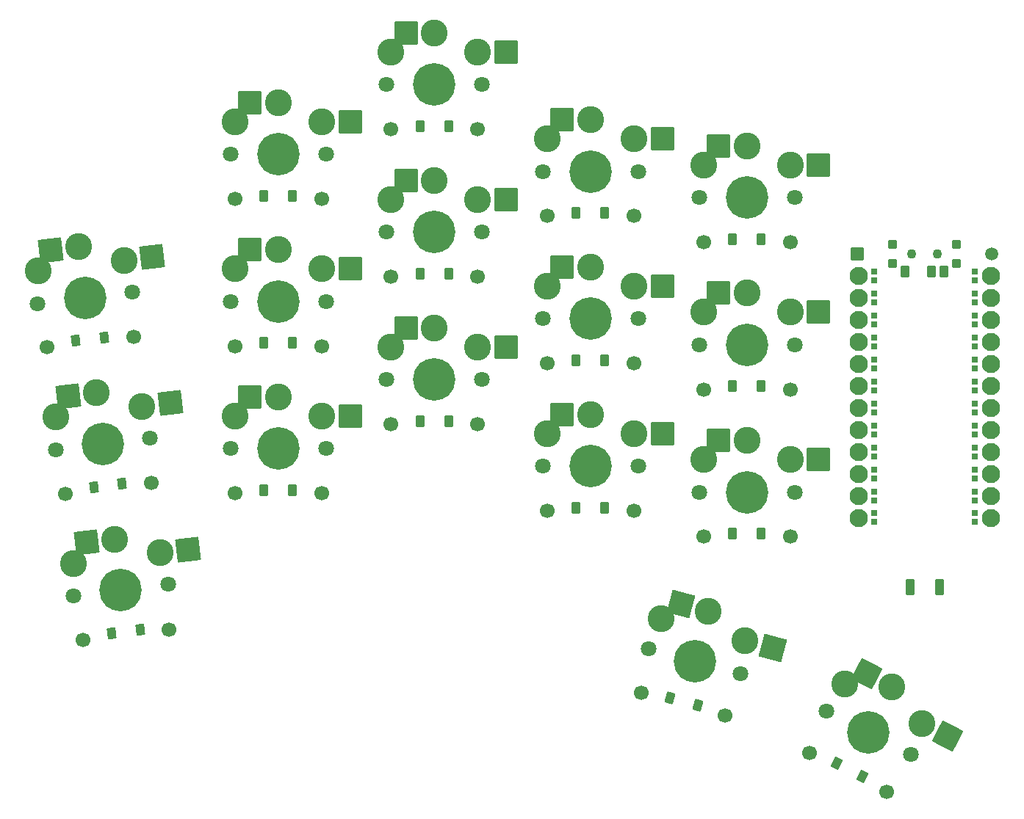
<source format=gbr>
%TF.GenerationSoftware,KiCad,Pcbnew,7.0.11*%
%TF.CreationDate,2024-03-07T19:05:48+13:00*%
%TF.ProjectId,socius-choc-v1,736f6369-7573-42d6-9368-6f632d76312e,v1.0.0*%
%TF.SameCoordinates,Original*%
%TF.FileFunction,Soldermask,Bot*%
%TF.FilePolarity,Negative*%
%FSLAX46Y46*%
G04 Gerber Fmt 4.6, Leading zero omitted, Abs format (unit mm)*
G04 Created by KiCad (PCBNEW 7.0.11) date 2024-03-07 19:05:48*
%MOMM*%
%LPD*%
G01*
G04 APERTURE LIST*
G04 Aperture macros list*
%AMRoundRect*
0 Rectangle with rounded corners*
0 $1 Rounding radius*
0 $2 $3 $4 $5 $6 $7 $8 $9 X,Y pos of 4 corners*
0 Add a 4 corners polygon primitive as box body*
4,1,4,$2,$3,$4,$5,$6,$7,$8,$9,$2,$3,0*
0 Add four circle primitives for the rounded corners*
1,1,$1+$1,$2,$3*
1,1,$1+$1,$4,$5*
1,1,$1+$1,$6,$7*
1,1,$1+$1,$8,$9*
0 Add four rect primitives between the rounded corners*
20,1,$1+$1,$2,$3,$4,$5,0*
20,1,$1+$1,$4,$5,$6,$7,0*
20,1,$1+$1,$6,$7,$8,$9,0*
20,1,$1+$1,$8,$9,$2,$3,0*%
G04 Aperture macros list end*
%ADD10C,1.801800*%
%ADD11C,3.100000*%
%ADD12C,1.700000*%
%ADD13C,4.900000*%
%ADD14RoundRect,0.050000X-1.300000X-1.300000X1.300000X-1.300000X1.300000X1.300000X-1.300000X1.300000X0*%
%ADD15RoundRect,0.050000X0.450000X0.850000X-0.450000X0.850000X-0.450000X-0.850000X0.450000X-0.850000X0*%
%ADD16RoundRect,0.050000X-1.748496X-0.568121X0.568121X-1.748496X1.748496X0.568121X-0.568121X1.748496X0*%
%ADD17RoundRect,0.050000X-1.592168X-0.919239X0.919239X-1.592168X1.592168X0.919239X-0.919239X1.592168X0*%
%ADD18RoundRect,0.050000X-0.450000X-0.600000X0.450000X-0.600000X0.450000X0.600000X-0.450000X0.600000X0*%
%ADD19RoundRect,0.050000X-0.589958X-0.463087X0.279375X-0.696024X0.589958X0.463087X-0.279375X0.696024X0*%
%ADD20RoundRect,0.050000X-0.450000X-0.450000X0.450000X-0.450000X0.450000X0.450000X-0.450000X0.450000X0*%
%ADD21C,1.100000*%
%ADD22RoundRect,0.050000X-0.450000X-0.625000X0.450000X-0.625000X0.450000X0.625000X-0.450000X0.625000X0*%
%ADD23C,2.100000*%
%ADD24RoundRect,0.050000X-0.300000X0.300000X-0.300000X-0.300000X0.300000X-0.300000X0.300000X0.300000X0*%
%ADD25RoundRect,0.050000X-0.700000X0.700000X-0.700000X-0.700000X0.700000X-0.700000X0.700000X0.700000X0*%
%ADD26C,1.500000*%
%ADD27RoundRect,0.050000X-0.373524X-0.650369X0.519767X-0.540686X0.373524X0.650369X-0.519767X0.540686X0*%
%ADD28RoundRect,0.050000X-1.131880X-1.448740X1.448740X-1.131880X1.131880X1.448740X-1.448740X1.131880X0*%
%ADD29RoundRect,0.050000X-0.673347X-0.330308X0.128559X-0.738900X0.673347X0.330308X-0.128559X0.738900X0*%
G04 APERTURE END LIST*
D10*
%TO.C,S13*%
X226644752Y-148666967D03*
D11*
X227144752Y-144916967D03*
D12*
X227144752Y-153816967D03*
D11*
X232144752Y-142716967D03*
X232144752Y-142716967D03*
D13*
X232144752Y-148666967D03*
D11*
X237144752Y-144916967D03*
D12*
X237144752Y-153816967D03*
D10*
X237644752Y-148666967D03*
D14*
X228869752Y-142716967D03*
X240419752Y-144916967D03*
%TD*%
D15*
%TO.C,*%
X254344752Y-159666967D03*
X250944752Y-159666967D03*
%TD*%
D10*
%TO.C,S17*%
X241286926Y-173926737D03*
D11*
X243434894Y-170812458D03*
D12*
X239394378Y-178742416D03*
D11*
X248888705Y-171122196D03*
X248888705Y-171122196D03*
D13*
X246187462Y-176423685D03*
D11*
X252344959Y-175352363D03*
D12*
X248304444Y-183282321D03*
D10*
X251087998Y-178920633D03*
D16*
X245970659Y-169635377D03*
X255263005Y-176839182D03*
%TD*%
D10*
%TO.C,S10*%
X208644752Y-145666967D03*
D11*
X209144752Y-141916967D03*
D12*
X209144752Y-150816967D03*
D11*
X214144752Y-139716967D03*
X214144752Y-139716967D03*
D13*
X214144752Y-145666967D03*
D11*
X219144752Y-141916967D03*
D12*
X219144752Y-150816967D03*
D10*
X219644752Y-145666967D03*
D14*
X210869752Y-139716967D03*
X222419752Y-141916967D03*
%TD*%
D10*
%TO.C,S16*%
X220832160Y-166743462D03*
D11*
X222285694Y-163250650D03*
D12*
X219982205Y-171847390D03*
D11*
X227684725Y-162419708D03*
X227684725Y-162419708D03*
D13*
X226144752Y-168166967D03*
D11*
X231944953Y-165838840D03*
D12*
X229641463Y-174435580D03*
D10*
X231457344Y-169590472D03*
D17*
X224521318Y-161572076D03*
X235108360Y-166686473D03*
%TD*%
D18*
%TO.C,D13*%
X230494752Y-153466967D03*
X233794752Y-153466967D03*
%TD*%
D19*
%TO.C,D16*%
X223308643Y-172376360D03*
X226496199Y-173230462D03*
%TD*%
D10*
%TO.C,S7*%
X190644752Y-135666967D03*
D11*
X191144752Y-131916967D03*
D12*
X191144752Y-140816967D03*
D11*
X196144752Y-129716967D03*
X196144752Y-129716967D03*
D13*
X196144752Y-135666967D03*
D11*
X201144752Y-131916967D03*
D12*
X201144752Y-140816967D03*
D10*
X201644752Y-135666967D03*
D14*
X192869752Y-129716967D03*
X204419752Y-131916967D03*
%TD*%
D20*
%TO.C,T1*%
X248944752Y-120066967D03*
X248944752Y-122266967D03*
D21*
X251144752Y-121166967D03*
X254144752Y-121166967D03*
D20*
X256344752Y-120066967D03*
X256344752Y-122266967D03*
D22*
X250394752Y-123241967D03*
X253394752Y-123241967D03*
X254894752Y-123241967D03*
%TD*%
D10*
%TO.C,S6*%
X172644752Y-109666967D03*
D11*
X173144752Y-105916967D03*
D12*
X173144752Y-114816967D03*
D11*
X178144752Y-103716967D03*
X178144752Y-103716967D03*
D13*
X178144752Y-109666967D03*
D11*
X183144752Y-105916967D03*
D12*
X183144752Y-114816967D03*
D10*
X183644752Y-109666967D03*
D14*
X174869752Y-103716967D03*
X186419752Y-105916967D03*
%TD*%
D18*
%TO.C,D12*%
X212494752Y-116466967D03*
X215794752Y-116466967D03*
%TD*%
%TO.C,D11*%
X212494752Y-133466967D03*
X215794752Y-133466967D03*
%TD*%
D10*
%TO.C,S9*%
X190644752Y-101666967D03*
D11*
X191144752Y-97916967D03*
D12*
X191144752Y-106816967D03*
D11*
X196144752Y-95716967D03*
X196144752Y-95716967D03*
D13*
X196144752Y-101666967D03*
D11*
X201144752Y-97916967D03*
D12*
X201144752Y-106816967D03*
D10*
X201644752Y-101666967D03*
D14*
X192869752Y-95716967D03*
X204419752Y-97916967D03*
%TD*%
D10*
%TO.C,S11*%
X208644752Y-128666967D03*
D11*
X209144752Y-124916967D03*
D12*
X209144752Y-133816967D03*
D11*
X214144752Y-122716967D03*
X214144752Y-122716967D03*
D13*
X214144752Y-128666967D03*
D11*
X219144752Y-124916967D03*
D12*
X219144752Y-133816967D03*
D10*
X219644752Y-128666967D03*
D14*
X210869752Y-122716967D03*
X222419752Y-124916967D03*
%TD*%
D18*
%TO.C,D4*%
X176494752Y-148466967D03*
X179794752Y-148466967D03*
%TD*%
D23*
%TO.C,MCU1*%
X245024752Y-151636967D03*
X245024752Y-149096967D03*
X245024752Y-146556967D03*
X245024752Y-144016967D03*
X245024752Y-141476967D03*
X245024752Y-138936967D03*
X245024752Y-136396967D03*
X245024752Y-133856967D03*
X245024752Y-131316967D03*
X245024752Y-128776967D03*
X245024752Y-126236967D03*
X245024752Y-123696967D03*
X260264752Y-151636967D03*
X260264752Y-149096967D03*
X260264752Y-146556967D03*
X260264752Y-144016967D03*
X260264752Y-141476967D03*
X260264752Y-138936967D03*
X260264752Y-136396967D03*
X260264752Y-133856967D03*
X260264752Y-131316967D03*
X260264752Y-128776967D03*
X260264752Y-126236967D03*
X260264752Y-123696967D03*
D24*
X246844752Y-152096967D03*
X258444752Y-152096967D03*
X246844752Y-151096967D03*
X258444752Y-151096967D03*
X246844752Y-149596967D03*
X258444752Y-149596967D03*
X246844752Y-148596967D03*
X258444752Y-148596967D03*
X246844752Y-147056967D03*
X258444752Y-147056967D03*
X246844752Y-146056967D03*
X258444752Y-146056967D03*
X246844752Y-144516967D03*
X258444752Y-144516967D03*
X246844752Y-143516967D03*
X258444752Y-143516967D03*
X246844752Y-141976967D03*
X258444752Y-141976967D03*
X246844752Y-140976967D03*
X258444752Y-140976967D03*
X246844752Y-139436967D03*
X258444752Y-139436967D03*
X246844752Y-138436967D03*
X258444752Y-138436967D03*
X246844752Y-136896967D03*
X258444752Y-136896967D03*
X246844752Y-135896967D03*
X258444752Y-135896967D03*
X246844752Y-134356967D03*
X258444752Y-134356967D03*
X246844752Y-133356967D03*
X258444752Y-133356967D03*
X246844752Y-131816967D03*
X258444752Y-131816967D03*
X246844752Y-130816967D03*
X258444752Y-130816967D03*
X246844752Y-129276967D03*
X258444752Y-129276967D03*
X246844752Y-128276967D03*
X258444752Y-128276967D03*
X246844752Y-126736967D03*
X258444752Y-126736967D03*
X246844752Y-125736967D03*
X258444752Y-125736967D03*
X246844752Y-124196967D03*
X258444752Y-124196967D03*
X246844752Y-123196967D03*
X258444752Y-123196967D03*
%TD*%
D10*
%TO.C,S15*%
X226644752Y-114666967D03*
D11*
X227144752Y-110916967D03*
D12*
X227144752Y-119816967D03*
D11*
X232144752Y-108716967D03*
X232144752Y-108716967D03*
D13*
X232144752Y-114666967D03*
D11*
X237144752Y-110916967D03*
D12*
X237144752Y-119816967D03*
D10*
X237644752Y-114666967D03*
D14*
X228869752Y-108716967D03*
X240419752Y-110916967D03*
%TD*%
D18*
%TO.C,D8*%
X194494752Y-123466967D03*
X197794752Y-123466967D03*
%TD*%
D25*
%TO.C,*%
X244894752Y-121166967D03*
D26*
X260394752Y-121166967D03*
%TD*%
D10*
%TO.C,S4*%
X172644752Y-143666967D03*
D11*
X173144752Y-139916967D03*
D12*
X173144752Y-148816967D03*
D11*
X178144752Y-137716967D03*
X178144752Y-137716967D03*
D13*
X178144752Y-143666967D03*
D11*
X183144752Y-139916967D03*
D12*
X183144752Y-148816967D03*
D10*
X183644752Y-143666967D03*
D14*
X174869752Y-137716967D03*
X186419752Y-139916967D03*
%TD*%
D18*
%TO.C,D7*%
X194494752Y-140466967D03*
X197794752Y-140466967D03*
%TD*%
D27*
%TO.C,D3*%
X154803714Y-131218736D03*
X158079116Y-130816568D03*
%TD*%
%TO.C,D1*%
X158947272Y-164965306D03*
X162222674Y-164563138D03*
%TD*%
D10*
%TO.C,S5*%
X172644752Y-126666967D03*
D11*
X173144752Y-122916967D03*
D12*
X173144752Y-131816967D03*
D11*
X178144752Y-120716967D03*
X178144752Y-120716967D03*
D13*
X178144752Y-126666967D03*
D11*
X183144752Y-122916967D03*
D12*
X183144752Y-131816967D03*
D10*
X183644752Y-126666967D03*
D14*
X174869752Y-120716967D03*
X186419752Y-122916967D03*
%TD*%
D10*
%TO.C,S1*%
X154540996Y-160670281D03*
D11*
X154580259Y-156887299D03*
D12*
X155664896Y-165720959D03*
D11*
X159274877Y-154094350D03*
X159274877Y-154094350D03*
D13*
X160000000Y-160000000D03*
D11*
X164505721Y-155668605D03*
D12*
X165590358Y-164502266D03*
D10*
X165459004Y-159329719D03*
D28*
X156024289Y-154493472D03*
X167756309Y-155269483D03*
%TD*%
D10*
%TO.C,S12*%
X208644752Y-111666967D03*
D11*
X209144752Y-107916967D03*
D12*
X209144752Y-116816967D03*
D11*
X214144752Y-105716967D03*
X214144752Y-105716967D03*
D13*
X214144752Y-111666967D03*
D11*
X219144752Y-107916967D03*
D12*
X219144752Y-116816967D03*
D10*
X219644752Y-111666967D03*
D14*
X210869752Y-105716967D03*
X222419752Y-107916967D03*
%TD*%
D18*
%TO.C,D6*%
X176494752Y-114466967D03*
X179794752Y-114466967D03*
%TD*%
%TO.C,D14*%
X230494752Y-136466967D03*
X233794752Y-136466967D03*
%TD*%
D10*
%TO.C,S3*%
X150397438Y-126923712D03*
D11*
X150436701Y-123140730D03*
D12*
X151521338Y-131974390D03*
D11*
X155131319Y-120347781D03*
X155131319Y-120347781D03*
D13*
X155856442Y-126253431D03*
D11*
X160362163Y-121922036D03*
D12*
X161446800Y-130755697D03*
D10*
X161315446Y-125583150D03*
D28*
X151880731Y-120746903D03*
X163612751Y-121522914D03*
%TD*%
D27*
%TO.C,D2*%
X156875493Y-148092021D03*
X160150895Y-147689853D03*
%TD*%
D18*
%TO.C,D9*%
X194494752Y-106466967D03*
X197794752Y-106466967D03*
%TD*%
D29*
%TO.C,D17*%
X242538147Y-179951432D03*
X245478469Y-181449600D03*
%TD*%
D18*
%TO.C,D5*%
X176494752Y-131466967D03*
X179794752Y-131466967D03*
%TD*%
%TO.C,D15*%
X230494752Y-119466967D03*
X233794752Y-119466967D03*
%TD*%
D10*
%TO.C,S2*%
X152469217Y-143796996D03*
D11*
X152508480Y-140014014D03*
D12*
X153593117Y-148847674D03*
D11*
X157203098Y-137221065D03*
X157203098Y-137221065D03*
D13*
X157928221Y-143126715D03*
D11*
X162433942Y-138795320D03*
D12*
X163518579Y-147628981D03*
D10*
X163387225Y-142456434D03*
D28*
X153952510Y-137620187D03*
X165684530Y-138396198D03*
%TD*%
D18*
%TO.C,D10*%
X212494752Y-150466967D03*
X215794752Y-150466967D03*
%TD*%
D10*
%TO.C,S14*%
X226644752Y-131666967D03*
D11*
X227144752Y-127916967D03*
D12*
X227144752Y-136816967D03*
D11*
X232144752Y-125716967D03*
X232144752Y-125716967D03*
D13*
X232144752Y-131666967D03*
D11*
X237144752Y-127916967D03*
D12*
X237144752Y-136816967D03*
D10*
X237644752Y-131666967D03*
D14*
X228869752Y-125716967D03*
X240419752Y-127916967D03*
%TD*%
D10*
%TO.C,S8*%
X190644752Y-118666967D03*
D11*
X191144752Y-114916967D03*
D12*
X191144752Y-123816967D03*
D11*
X196144752Y-112716967D03*
X196144752Y-112716967D03*
D13*
X196144752Y-118666967D03*
D11*
X201144752Y-114916967D03*
D12*
X201144752Y-123816967D03*
D10*
X201644752Y-118666967D03*
D14*
X192869752Y-112716967D03*
X204419752Y-114916967D03*
%TD*%
M02*

</source>
